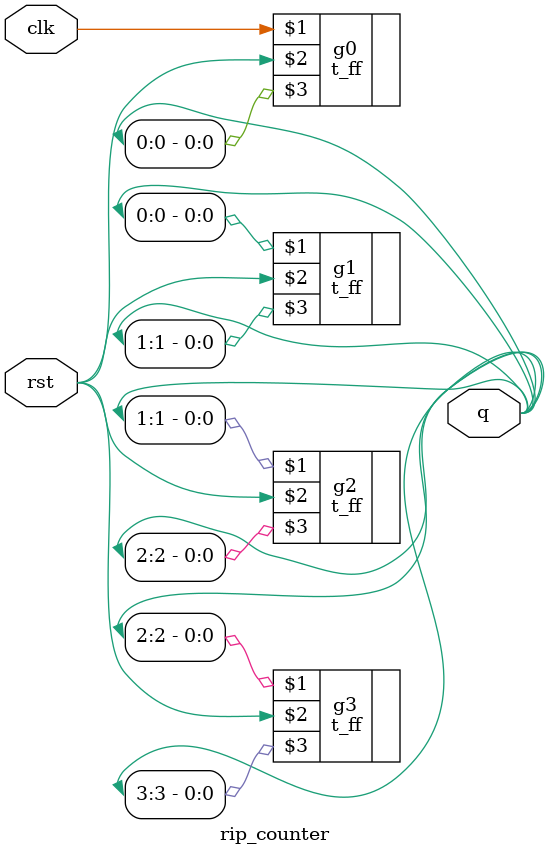
<source format=v>
`timescale 1ns / 1ps


module rip_counter(
    input clk,rst,
    output [3:0]q
    );
    
    t_ff g0(clk,rst,q[0]);
    t_ff g1(q[0],rst,q[1]);
    t_ff g2(q[1],rst,q[2]);
    t_ff g3(q[2],rst,q[3]);
    
endmodule



/*module t_ff(clk,rst,q);
input clk,rst;
output q;
wire d;
d_ff g(d,clk,rst,q);
not(d,q);
endmodule

module d_ff(din,clk,rst,q);
input din,clk,rst;
output reg q;
always @(posedge clk) begin
if(!rst)
    q <= 0;
else
    q <= din;
end
endmodule*/
</source>
